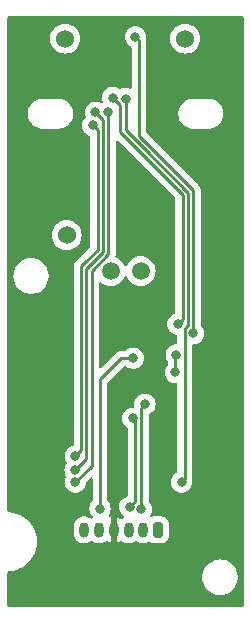
<source format=gbr>
%TF.GenerationSoftware,KiCad,Pcbnew,8.0.4*%
%TF.CreationDate,2024-08-28T21:17:21+02:00*%
%TF.ProjectId,Projektor,50726f6a-656b-4746-9f72-2e6b69636164,rev?*%
%TF.SameCoordinates,Original*%
%TF.FileFunction,Copper,L2,Bot*%
%TF.FilePolarity,Positive*%
%FSLAX46Y46*%
G04 Gerber Fmt 4.6, Leading zero omitted, Abs format (unit mm)*
G04 Created by KiCad (PCBNEW 8.0.4) date 2024-08-28 21:17:21*
%MOMM*%
%LPD*%
G01*
G04 APERTURE LIST*
G04 Aperture macros list*
%AMRoundRect*
0 Rectangle with rounded corners*
0 $1 Rounding radius*
0 $2 $3 $4 $5 $6 $7 $8 $9 X,Y pos of 4 corners*
0 Add a 4 corners polygon primitive as box body*
4,1,4,$2,$3,$4,$5,$6,$7,$8,$9,$2,$3,0*
0 Add four circle primitives for the rounded corners*
1,1,$1+$1,$2,$3*
1,1,$1+$1,$4,$5*
1,1,$1+$1,$6,$7*
1,1,$1+$1,$8,$9*
0 Add four rect primitives between the rounded corners*
20,1,$1+$1,$2,$3,$4,$5,0*
20,1,$1+$1,$4,$5,$6,$7,0*
20,1,$1+$1,$6,$7,$8,$9,0*
20,1,$1+$1,$8,$9,$2,$3,0*%
G04 Aperture macros list end*
%TA.AperFunction,ComponentPad*%
%ADD10RoundRect,0.200000X0.200000X0.450000X-0.200000X0.450000X-0.200000X-0.450000X0.200000X-0.450000X0*%
%TD*%
%TA.AperFunction,ComponentPad*%
%ADD11O,0.800000X1.300000*%
%TD*%
%TA.AperFunction,ComponentPad*%
%ADD12C,1.524000*%
%TD*%
%TA.AperFunction,ComponentPad*%
%ADD13C,1.500000*%
%TD*%
%TA.AperFunction,ViaPad*%
%ADD14C,0.800000*%
%TD*%
%TA.AperFunction,Conductor*%
%ADD15C,0.250000*%
%TD*%
G04 APERTURE END LIST*
D10*
%TO.P,J1,1,Pin_1*%
%TO.N,CS*%
X237750000Y-64500000D03*
D11*
%TO.P,J1,2,Pin_2*%
%TO.N,DATA*%
X236500000Y-64500000D03*
%TO.P,J1,3,Pin_3*%
%TO.N,WR*%
X235250000Y-64500000D03*
%TO.P,J1,4,Pin_4*%
%TO.N,GND*%
X234000000Y-64500000D03*
%TO.P,J1,5,Pin_5*%
%TO.N,+5V*%
X232750000Y-64500000D03*
%TO.P,J1,6,Pin_6*%
%TO.N,P_LED*%
X231500000Y-64500000D03*
%TD*%
D12*
%TO.P,U1,*%
%TO.N,*%
X229875000Y-22900000D03*
X230005000Y-39537000D03*
X240035000Y-22900000D03*
D13*
%TO.P,U1,14,Led+*%
%TO.N,Net-(U1-Led+)*%
X233745000Y-42585000D03*
%TO.P,U1,15,Led-*%
%TO.N,Net-(Q1-D)*%
X236285000Y-42585000D03*
%TD*%
D14*
%TO.N,+5V*%
X235648025Y-49967500D03*
X232838025Y-62700000D03*
%TO.N,GND*%
X235000000Y-68000000D03*
X236000000Y-52000000D03*
X242200000Y-54100000D03*
X234000000Y-62000000D03*
%TO.N,DATA*%
X236638025Y-53857500D03*
X236338025Y-62757500D03*
%TO.N,WR*%
X235362324Y-62540677D03*
X235613525Y-55057500D03*
%TO.N,Net-(U2-VLCD)*%
X239221459Y-51169185D03*
X239288525Y-49678000D03*
%TO.N,S11*%
X232238025Y-30257500D03*
X230738025Y-58257500D03*
%TO.N,S10*%
X230725477Y-59445449D03*
X232438025Y-29157500D03*
%TO.N,S9*%
X233538025Y-29157500D03*
X230738025Y-60457500D03*
%TO.N,COM1*%
X233893437Y-27898505D03*
X239415090Y-47073386D03*
%TO.N,S8*%
X239738025Y-60457500D03*
X235007528Y-27987997D03*
%TO.N,COM0*%
X235838025Y-22757500D03*
X240738025Y-47857500D03*
%TD*%
D15*
%TO.N,+5V*%
X232838025Y-51757500D02*
X234628025Y-49967500D01*
X232838025Y-62700000D02*
X232838025Y-51700000D01*
X234628025Y-49967500D02*
X235648025Y-49967500D01*
%TO.N,GND*%
X234000000Y-67000000D02*
X235000000Y-68000000D01*
X234000000Y-62000000D02*
X234000000Y-67000000D01*
%TO.N,DATA*%
X236338025Y-62757500D02*
X236338025Y-54157500D01*
X236338025Y-54157500D02*
X236638025Y-53857500D01*
%TO.N,WR*%
X235838025Y-62064976D02*
X235838025Y-55557500D01*
X235838025Y-55282000D02*
X235613525Y-55057500D01*
X235362324Y-62540677D02*
X235838025Y-62064976D01*
X235838025Y-55557500D02*
X235838025Y-55282000D01*
%TO.N,Net-(U2-VLCD)*%
X239221459Y-49745066D02*
X239288525Y-49678000D01*
X239221459Y-51169185D02*
X239221459Y-49745066D01*
%TO.N,S11*%
X231238025Y-44357500D02*
X231238025Y-57757500D01*
X231601629Y-41821104D02*
X231238025Y-42184708D01*
X232238025Y-30257500D02*
X232638025Y-30657500D01*
X232638025Y-32557500D02*
X232638025Y-40784708D01*
X231238025Y-57757500D02*
X230738025Y-58257500D01*
X232638025Y-30657500D02*
X232638025Y-32557500D01*
X232638025Y-40784708D02*
X231601629Y-41821104D01*
X231238025Y-42184708D02*
X231238025Y-44357500D01*
%TO.N,S10*%
X233088025Y-37257500D02*
X233088025Y-29807500D01*
X231688025Y-56157500D02*
X231688025Y-42371104D01*
X231688025Y-42371104D02*
X232819827Y-41239302D01*
X230725477Y-59445449D02*
X231688025Y-58482901D01*
X232819827Y-41239302D02*
X233088025Y-40971104D01*
X231688025Y-58482901D02*
X231688025Y-56157500D01*
X233088025Y-29807500D02*
X232438025Y-29157500D01*
X233088025Y-40971104D02*
X233088025Y-37257500D01*
%TO.N,S9*%
X232138025Y-42557500D02*
X232138025Y-59057500D01*
X233538025Y-41157500D02*
X232138025Y-42557500D01*
X232138025Y-59057500D02*
X230738025Y-60457500D01*
X233538025Y-29157500D02*
X233538025Y-41157500D01*
%TO.N,COM1*%
X234557528Y-30849795D02*
X235901629Y-32193896D01*
X234557528Y-29757500D02*
X234557528Y-30849795D01*
X234557528Y-28562596D02*
X234557528Y-29757500D01*
X239422139Y-47073386D02*
X239415090Y-47073386D01*
X239838025Y-36130292D02*
X239838025Y-46657500D01*
X239838025Y-46657500D02*
X239422139Y-47073386D01*
X235901629Y-32193896D02*
X239838025Y-36130292D01*
X233893437Y-27898505D02*
X234557528Y-28562596D01*
%TO.N,S8*%
X235007528Y-30663399D02*
X236519827Y-32175698D01*
X235007528Y-27987997D02*
X235007528Y-30663399D01*
X240288025Y-46257500D02*
X240288025Y-47207500D01*
X240238025Y-47257500D02*
X240013025Y-47482500D01*
X240288025Y-35943896D02*
X240288025Y-45157500D01*
X240288025Y-45157500D02*
X240288025Y-46257500D01*
X240013025Y-47482500D02*
X240013025Y-60182500D01*
X236519827Y-32175698D02*
X240288025Y-35943896D01*
X240013025Y-60182500D02*
X239738025Y-60457500D01*
X240288025Y-47207500D02*
X240238025Y-47257500D01*
%TO.N,COM0*%
X236138025Y-23057500D02*
X235838025Y-22757500D01*
X236138025Y-31157500D02*
X236138025Y-23057500D01*
X240738025Y-47857500D02*
X240738025Y-35757500D01*
X240738025Y-35757500D02*
X236138025Y-31157500D01*
%TD*%
%TA.AperFunction,Conductor*%
%TO.N,GND*%
G36*
X244943039Y-21019685D02*
G01*
X244988794Y-21072489D01*
X245000000Y-21124000D01*
X245000000Y-70876000D01*
X244980315Y-70943039D01*
X244927511Y-70988794D01*
X244876000Y-71000000D01*
X225124000Y-71000000D01*
X225056961Y-70980315D01*
X225011206Y-70927511D01*
X225000000Y-70876000D01*
X225000000Y-68375920D01*
X241502562Y-68375920D01*
X241502562Y-68624079D01*
X241543408Y-68868862D01*
X241623984Y-69103572D01*
X241623989Y-69103582D01*
X241742094Y-69321822D01*
X241742100Y-69321831D01*
X241894517Y-69517656D01*
X241894520Y-69517660D01*
X241894522Y-69517662D01*
X241894523Y-69517663D01*
X242077102Y-69685739D01*
X242284855Y-69821471D01*
X242512116Y-69921157D01*
X242752685Y-69982077D01*
X242835123Y-69988908D01*
X242999994Y-70002571D01*
X243000000Y-70002571D01*
X243000006Y-70002571D01*
X243148389Y-69990274D01*
X243247315Y-69982077D01*
X243487884Y-69921157D01*
X243715145Y-69821471D01*
X243922898Y-69685739D01*
X244105477Y-69517663D01*
X244257902Y-69321828D01*
X244376014Y-69103576D01*
X244456592Y-68868859D01*
X244497438Y-68624081D01*
X244500000Y-68500000D01*
X244497438Y-68375919D01*
X244456592Y-68131141D01*
X244376014Y-67896424D01*
X244326568Y-67805057D01*
X244257905Y-67678177D01*
X244257899Y-67678168D01*
X244105482Y-67482343D01*
X244105479Y-67482339D01*
X243922899Y-67314262D01*
X243922895Y-67314259D01*
X243715146Y-67178529D01*
X243487884Y-67078843D01*
X243247311Y-67017922D01*
X243000006Y-66997430D01*
X242999994Y-66997430D01*
X242752688Y-67017922D01*
X242512115Y-67078843D01*
X242284853Y-67178529D01*
X242077104Y-67314259D01*
X242077100Y-67314262D01*
X241894520Y-67482339D01*
X241894517Y-67482343D01*
X241742100Y-67678168D01*
X241742094Y-67678177D01*
X241623989Y-67896417D01*
X241623984Y-67896427D01*
X241543408Y-68131137D01*
X241502562Y-68375920D01*
X225000000Y-68375920D01*
X225000000Y-68122068D01*
X225019685Y-68055029D01*
X225072489Y-68009274D01*
X225122050Y-67998083D01*
X225157131Y-67997533D01*
X225157138Y-67997532D01*
X225157141Y-67997532D01*
X225313023Y-67977839D01*
X225468916Y-67958146D01*
X225773306Y-67879992D01*
X225773309Y-67879991D01*
X226065492Y-67764308D01*
X226065496Y-67764305D01*
X226065501Y-67764304D01*
X226340891Y-67612907D01*
X226595135Y-67428187D01*
X226824223Y-67213060D01*
X227024542Y-66970916D01*
X227192932Y-66705575D01*
X227326739Y-66421221D01*
X227423852Y-66122339D01*
X227482739Y-65813643D01*
X227493004Y-65650500D01*
X227502472Y-65500005D01*
X227502472Y-65499994D01*
X227482740Y-65186364D01*
X227482739Y-65186357D01*
X227423852Y-64877661D01*
X227326739Y-64578779D01*
X227192932Y-64294425D01*
X227024542Y-64029084D01*
X226824223Y-63786940D01*
X226595135Y-63571813D01*
X226340891Y-63387093D01*
X226340887Y-63387091D01*
X226340878Y-63387085D01*
X226065500Y-63235695D01*
X226065492Y-63235691D01*
X225773309Y-63120008D01*
X225773306Y-63120007D01*
X225468919Y-63041854D01*
X225468906Y-63041852D01*
X225157138Y-63002467D01*
X225157142Y-63002467D01*
X225122051Y-63001916D01*
X225055329Y-62981180D01*
X225010410Y-62927663D01*
X225000000Y-62877931D01*
X225000000Y-59445449D01*
X229820017Y-59445449D01*
X229839803Y-59633705D01*
X229839804Y-59633708D01*
X229898298Y-59813734D01*
X229948300Y-59900341D01*
X229964773Y-59968242D01*
X229948301Y-60024339D01*
X229910846Y-60089214D01*
X229910845Y-60089217D01*
X229900553Y-60120893D01*
X229852351Y-60269244D01*
X229832565Y-60457500D01*
X229852351Y-60645756D01*
X229852352Y-60645759D01*
X229910843Y-60825777D01*
X229910846Y-60825784D01*
X230005492Y-60989716D01*
X230132154Y-61130388D01*
X230285290Y-61241648D01*
X230285295Y-61241651D01*
X230458217Y-61318642D01*
X230458222Y-61318644D01*
X230643379Y-61358000D01*
X230643380Y-61358000D01*
X230832669Y-61358000D01*
X230832671Y-61358000D01*
X231017828Y-61318644D01*
X231190755Y-61241651D01*
X231343896Y-61130388D01*
X231470558Y-60989716D01*
X231565204Y-60825784D01*
X231623699Y-60645756D01*
X231641346Y-60477846D01*
X231667930Y-60413233D01*
X231676986Y-60403128D01*
X231922009Y-60158105D01*
X232000845Y-60079269D01*
X232062167Y-60045785D01*
X232131859Y-60050769D01*
X232187792Y-60092641D01*
X232212209Y-60158105D01*
X232212525Y-60166951D01*
X232212525Y-62001312D01*
X232192840Y-62068351D01*
X232180675Y-62084284D01*
X232105491Y-62167784D01*
X232010846Y-62331715D01*
X232010843Y-62331722D01*
X231952352Y-62511740D01*
X231952351Y-62511744D01*
X231932565Y-62700000D01*
X231952351Y-62888256D01*
X231952352Y-62888259D01*
X232010843Y-63068277D01*
X232010846Y-63068284D01*
X232105492Y-63232216D01*
X232208695Y-63346834D01*
X232238925Y-63409825D01*
X232230300Y-63479160D01*
X232185559Y-63532826D01*
X232118906Y-63553784D01*
X232051504Y-63535379D01*
X232047654Y-63532908D01*
X231926553Y-63451990D01*
X231926540Y-63451983D01*
X231762667Y-63384106D01*
X231762658Y-63384103D01*
X231588694Y-63349500D01*
X231588691Y-63349500D01*
X231411309Y-63349500D01*
X231411306Y-63349500D01*
X231237341Y-63384103D01*
X231237332Y-63384106D01*
X231073459Y-63451983D01*
X231073446Y-63451990D01*
X230925965Y-63550535D01*
X230925961Y-63550538D01*
X230800538Y-63675961D01*
X230800535Y-63675965D01*
X230701990Y-63823446D01*
X230701983Y-63823459D01*
X230634106Y-63987332D01*
X230634103Y-63987341D01*
X230599500Y-64161304D01*
X230599500Y-64838695D01*
X230634103Y-65012658D01*
X230634106Y-65012667D01*
X230701983Y-65176540D01*
X230701990Y-65176553D01*
X230800535Y-65324034D01*
X230800538Y-65324038D01*
X230925961Y-65449461D01*
X230925965Y-65449464D01*
X231073446Y-65548009D01*
X231073459Y-65548016D01*
X231183214Y-65593477D01*
X231237334Y-65615894D01*
X231237336Y-65615894D01*
X231237341Y-65615896D01*
X231411304Y-65650499D01*
X231411307Y-65650500D01*
X231411309Y-65650500D01*
X231588693Y-65650500D01*
X231588694Y-65650499D01*
X231646682Y-65638964D01*
X231762658Y-65615896D01*
X231762661Y-65615894D01*
X231762666Y-65615894D01*
X231926547Y-65548013D01*
X232056109Y-65461442D01*
X232122786Y-65440564D01*
X232190166Y-65459048D01*
X232193891Y-65461442D01*
X232323446Y-65548008D01*
X232323453Y-65548013D01*
X232323455Y-65548014D01*
X232323459Y-65548016D01*
X232433214Y-65593477D01*
X232487334Y-65615894D01*
X232487336Y-65615894D01*
X232487341Y-65615896D01*
X232661304Y-65650499D01*
X232661307Y-65650500D01*
X232661309Y-65650500D01*
X232838693Y-65650500D01*
X232838694Y-65650499D01*
X232896682Y-65638964D01*
X233012658Y-65615896D01*
X233012661Y-65615894D01*
X233012666Y-65615894D01*
X233176547Y-65548013D01*
X233176552Y-65548009D01*
X233176555Y-65548008D01*
X233240218Y-65505469D01*
X233306558Y-65461141D01*
X233373234Y-65440263D01*
X233440615Y-65458747D01*
X233444340Y-65461141D01*
X233573683Y-65547566D01*
X233573693Y-65547571D01*
X233737476Y-65615412D01*
X233737483Y-65615415D01*
X233750000Y-65617904D01*
X233750000Y-64549728D01*
X233788060Y-64641614D01*
X233858386Y-64711940D01*
X233950272Y-64750000D01*
X234049728Y-64750000D01*
X234141614Y-64711940D01*
X234211940Y-64641614D01*
X234250000Y-64549728D01*
X234250000Y-65617903D01*
X234262516Y-65615415D01*
X234262523Y-65615412D01*
X234426306Y-65547571D01*
X234426315Y-65547566D01*
X234555659Y-65461141D01*
X234622336Y-65440263D01*
X234689716Y-65458747D01*
X234693434Y-65461136D01*
X234759782Y-65505469D01*
X234822791Y-65547571D01*
X234823453Y-65548013D01*
X234823455Y-65548014D01*
X234823459Y-65548016D01*
X234933214Y-65593477D01*
X234987334Y-65615894D01*
X234987336Y-65615894D01*
X234987341Y-65615896D01*
X235161304Y-65650499D01*
X235161307Y-65650500D01*
X235161309Y-65650500D01*
X235338693Y-65650500D01*
X235338694Y-65650499D01*
X235396682Y-65638964D01*
X235512658Y-65615896D01*
X235512661Y-65615894D01*
X235512666Y-65615894D01*
X235676547Y-65548013D01*
X235806109Y-65461442D01*
X235872786Y-65440564D01*
X235940166Y-65459048D01*
X235943891Y-65461442D01*
X236073446Y-65548008D01*
X236073453Y-65548013D01*
X236073455Y-65548014D01*
X236073459Y-65548016D01*
X236183214Y-65593477D01*
X236237334Y-65615894D01*
X236237336Y-65615894D01*
X236237341Y-65615896D01*
X236411304Y-65650499D01*
X236411307Y-65650500D01*
X236411309Y-65650500D01*
X236588693Y-65650500D01*
X236588694Y-65650499D01*
X236646682Y-65638964D01*
X236762658Y-65615896D01*
X236762661Y-65615894D01*
X236762666Y-65615894D01*
X236926547Y-65548013D01*
X236983838Y-65509731D01*
X237050510Y-65488854D01*
X237116873Y-65506716D01*
X237260394Y-65593478D01*
X237422804Y-65644086D01*
X237493384Y-65650500D01*
X237493387Y-65650500D01*
X238006613Y-65650500D01*
X238006616Y-65650500D01*
X238077196Y-65644086D01*
X238239606Y-65593478D01*
X238385185Y-65505472D01*
X238505472Y-65385185D01*
X238593478Y-65239606D01*
X238644086Y-65077196D01*
X238650500Y-65006616D01*
X238650500Y-63993384D01*
X238644086Y-63922804D01*
X238593478Y-63760394D01*
X238505472Y-63614815D01*
X238505470Y-63614813D01*
X238505469Y-63614811D01*
X238385188Y-63494530D01*
X238239606Y-63406522D01*
X238161212Y-63382094D01*
X238077196Y-63355914D01*
X238077194Y-63355913D01*
X238077192Y-63355913D01*
X238027778Y-63351423D01*
X238006616Y-63349500D01*
X237493384Y-63349500D01*
X237474145Y-63351248D01*
X237422807Y-63355913D01*
X237422804Y-63355914D01*
X237260394Y-63406522D01*
X237260392Y-63406523D01*
X237253233Y-63408754D01*
X237252600Y-63406723D01*
X237193984Y-63414816D01*
X237130592Y-63385436D01*
X237093147Y-63326447D01*
X237093538Y-63256579D01*
X237104929Y-63230183D01*
X237165204Y-63125784D01*
X237223699Y-62945756D01*
X237243485Y-62757500D01*
X237223699Y-62569244D01*
X237165204Y-62389216D01*
X237070558Y-62225284D01*
X236995375Y-62141784D01*
X236965145Y-62078792D01*
X236963525Y-62058812D01*
X236963525Y-54778823D01*
X236983210Y-54711784D01*
X237036014Y-54666029D01*
X237036867Y-54665643D01*
X237090755Y-54641651D01*
X237243896Y-54530388D01*
X237370558Y-54389716D01*
X237465204Y-54225784D01*
X237523699Y-54045756D01*
X237543485Y-53857500D01*
X237523699Y-53669244D01*
X237465204Y-53489216D01*
X237370558Y-53325284D01*
X237243896Y-53184612D01*
X237243895Y-53184611D01*
X237090759Y-53073351D01*
X237090754Y-53073348D01*
X236917832Y-52996357D01*
X236917827Y-52996355D01*
X236772026Y-52965365D01*
X236732671Y-52957000D01*
X236543379Y-52957000D01*
X236510922Y-52963898D01*
X236358222Y-52996355D01*
X236358217Y-52996357D01*
X236185295Y-53073348D01*
X236185290Y-53073351D01*
X236032154Y-53184611D01*
X235905491Y-53325285D01*
X235810846Y-53489215D01*
X235810843Y-53489222D01*
X235752352Y-53669240D01*
X235752351Y-53669244D01*
X235732565Y-53857500D01*
X235732565Y-53857501D01*
X235740146Y-53929638D01*
X235736425Y-53968809D01*
X235737751Y-53969073D01*
X235736563Y-53975045D01*
X235736562Y-53975048D01*
X235720223Y-54057191D01*
X235687839Y-54119102D01*
X235627123Y-54153676D01*
X235598606Y-54157000D01*
X235518879Y-54157000D01*
X235486422Y-54163898D01*
X235333722Y-54196355D01*
X235333717Y-54196357D01*
X235160795Y-54273348D01*
X235160790Y-54273351D01*
X235007654Y-54384611D01*
X234880991Y-54525285D01*
X234786346Y-54689215D01*
X234786343Y-54689222D01*
X234727852Y-54869240D01*
X234727851Y-54869244D01*
X234708065Y-55057500D01*
X234727851Y-55245756D01*
X234727852Y-55245759D01*
X234786343Y-55425777D01*
X234786346Y-55425784D01*
X234880992Y-55589716D01*
X235007654Y-55730388D01*
X235160795Y-55841651D01*
X235160801Y-55841653D01*
X235161410Y-55842096D01*
X235204076Y-55897426D01*
X235212525Y-55942415D01*
X235212525Y-61551486D01*
X235192840Y-61618525D01*
X235140036Y-61664280D01*
X235114308Y-61672776D01*
X235082518Y-61679533D01*
X235082516Y-61679534D01*
X234909594Y-61756525D01*
X234909589Y-61756528D01*
X234756453Y-61867788D01*
X234629790Y-62008462D01*
X234535145Y-62172392D01*
X234535142Y-62172399D01*
X234476651Y-62352417D01*
X234476650Y-62352421D01*
X234456864Y-62540677D01*
X234476650Y-62728933D01*
X234476651Y-62728936D01*
X234535142Y-62908954D01*
X234535145Y-62908961D01*
X234629791Y-63072893D01*
X234756453Y-63213565D01*
X234815560Y-63256508D01*
X234858226Y-63311837D01*
X234864205Y-63381450D01*
X234831600Y-63443245D01*
X234811567Y-63459928D01*
X234693442Y-63538858D01*
X234626764Y-63559736D01*
X234559384Y-63541252D01*
X234555659Y-63538858D01*
X234426316Y-63452433D01*
X234426307Y-63452428D01*
X234262519Y-63384585D01*
X234250000Y-63382094D01*
X234250000Y-64450272D01*
X234211940Y-64358386D01*
X234141614Y-64288060D01*
X234049728Y-64250000D01*
X233950272Y-64250000D01*
X233858386Y-64288060D01*
X233788060Y-64358386D01*
X233750000Y-64450272D01*
X233750000Y-63382095D01*
X233749999Y-63382094D01*
X233737480Y-63384585D01*
X233731651Y-63386354D01*
X233731093Y-63384517D01*
X233670462Y-63391023D01*
X233607989Y-63359735D01*
X233572349Y-63299639D01*
X233574858Y-63229814D01*
X233585114Y-63207002D01*
X233665204Y-63068284D01*
X233723699Y-62888256D01*
X233743485Y-62700000D01*
X233723699Y-62511744D01*
X233665204Y-62331716D01*
X233570558Y-62167784D01*
X233495375Y-62084284D01*
X233465145Y-62021292D01*
X233463525Y-62001312D01*
X233463525Y-52067952D01*
X233483210Y-52000913D01*
X233499844Y-51980271D01*
X234850796Y-50629319D01*
X234912119Y-50595834D01*
X234938477Y-50593000D01*
X234944277Y-50593000D01*
X235011316Y-50612685D01*
X235036425Y-50634026D01*
X235042151Y-50640385D01*
X235042155Y-50640389D01*
X235195290Y-50751648D01*
X235195295Y-50751651D01*
X235368217Y-50828642D01*
X235368222Y-50828644D01*
X235553379Y-50868000D01*
X235553380Y-50868000D01*
X235742669Y-50868000D01*
X235742671Y-50868000D01*
X235927828Y-50828644D01*
X236100755Y-50751651D01*
X236253896Y-50640388D01*
X236380558Y-50499716D01*
X236475204Y-50335784D01*
X236533699Y-50155756D01*
X236553485Y-49967500D01*
X236533699Y-49779244D01*
X236475204Y-49599216D01*
X236380558Y-49435284D01*
X236253896Y-49294612D01*
X236253895Y-49294611D01*
X236100759Y-49183351D01*
X236100754Y-49183348D01*
X235927832Y-49106357D01*
X235927827Y-49106355D01*
X235782026Y-49075365D01*
X235742671Y-49067000D01*
X235553379Y-49067000D01*
X235520922Y-49073898D01*
X235368222Y-49106355D01*
X235368217Y-49106357D01*
X235195295Y-49183348D01*
X235195290Y-49183351D01*
X235042155Y-49294610D01*
X235042151Y-49294614D01*
X235036425Y-49300974D01*
X234976938Y-49337621D01*
X234944277Y-49342000D01*
X234689631Y-49342000D01*
X234566418Y-49342000D01*
X234525847Y-49350070D01*
X234525846Y-49350069D01*
X234445580Y-49366035D01*
X234445570Y-49366038D01*
X234331741Y-49413187D01*
X234331732Y-49413192D01*
X234229293Y-49481640D01*
X234185730Y-49525203D01*
X234142167Y-49568767D01*
X232975206Y-50735728D01*
X232913883Y-50769213D01*
X232844191Y-50764229D01*
X232788258Y-50722357D01*
X232763841Y-50656893D01*
X232763525Y-50648047D01*
X232763525Y-43662544D01*
X232783210Y-43595505D01*
X232836014Y-43549750D01*
X232905172Y-43539806D01*
X232958647Y-43560969D01*
X233117361Y-43672102D01*
X233315670Y-43764575D01*
X233527023Y-43821207D01*
X233709926Y-43837208D01*
X233744998Y-43840277D01*
X233745000Y-43840277D01*
X233745002Y-43840277D01*
X233773254Y-43837805D01*
X233962977Y-43821207D01*
X234174330Y-43764575D01*
X234372639Y-43672102D01*
X234551877Y-43546598D01*
X234706598Y-43391877D01*
X234832102Y-43212639D01*
X234902618Y-43061414D01*
X234948790Y-43008977D01*
X235015984Y-42989825D01*
X235082865Y-43010041D01*
X235127381Y-43061414D01*
X235197898Y-43212639D01*
X235323402Y-43391877D01*
X235478123Y-43546598D01*
X235657361Y-43672102D01*
X235855670Y-43764575D01*
X236067023Y-43821207D01*
X236249926Y-43837208D01*
X236284998Y-43840277D01*
X236285000Y-43840277D01*
X236285002Y-43840277D01*
X236313254Y-43837805D01*
X236502977Y-43821207D01*
X236714330Y-43764575D01*
X236912639Y-43672102D01*
X237091877Y-43546598D01*
X237246598Y-43391877D01*
X237372102Y-43212639D01*
X237464575Y-43014330D01*
X237521207Y-42802977D01*
X237540277Y-42585000D01*
X237521207Y-42367023D01*
X237464575Y-42155670D01*
X237372102Y-41957362D01*
X237372100Y-41957359D01*
X237372099Y-41957357D01*
X237246599Y-41778124D01*
X237246596Y-41778121D01*
X237091877Y-41623402D01*
X236912639Y-41497898D01*
X236912640Y-41497898D01*
X236912638Y-41497897D01*
X236813484Y-41451661D01*
X236714330Y-41405425D01*
X236714326Y-41405424D01*
X236714322Y-41405422D01*
X236502977Y-41348793D01*
X236285002Y-41329723D01*
X236284998Y-41329723D01*
X236178743Y-41339019D01*
X236067023Y-41348793D01*
X236067020Y-41348793D01*
X235855677Y-41405422D01*
X235855668Y-41405426D01*
X235657361Y-41497898D01*
X235657357Y-41497900D01*
X235478121Y-41623402D01*
X235323402Y-41778121D01*
X235197900Y-41957357D01*
X235197898Y-41957361D01*
X235127382Y-42108583D01*
X235081209Y-42161022D01*
X235014016Y-42180174D01*
X234947135Y-42159958D01*
X234902618Y-42108583D01*
X234888118Y-42077488D01*
X234832102Y-41957362D01*
X234832100Y-41957359D01*
X234832099Y-41957357D01*
X234706599Y-41778124D01*
X234706596Y-41778121D01*
X234551877Y-41623402D01*
X234372639Y-41497898D01*
X234372640Y-41497898D01*
X234372638Y-41497897D01*
X234270776Y-41450398D01*
X234218724Y-41426126D01*
X234166286Y-41379955D01*
X234147134Y-41312761D01*
X234149511Y-41289560D01*
X234163525Y-41219106D01*
X234163525Y-31639744D01*
X234183210Y-31572705D01*
X234236014Y-31526950D01*
X234305172Y-31517006D01*
X234368728Y-31546031D01*
X234375206Y-31552063D01*
X239176206Y-36353063D01*
X239209691Y-36414386D01*
X239212525Y-36440744D01*
X239212525Y-46097326D01*
X239192840Y-46164365D01*
X239140036Y-46210120D01*
X239138962Y-46210605D01*
X238962357Y-46289236D01*
X238962355Y-46289237D01*
X238809219Y-46400497D01*
X238682556Y-46541171D01*
X238587911Y-46705101D01*
X238587908Y-46705108D01*
X238529417Y-46885126D01*
X238529416Y-46885130D01*
X238509630Y-47073386D01*
X238529416Y-47261642D01*
X238529417Y-47261645D01*
X238587908Y-47441663D01*
X238587911Y-47441670D01*
X238682557Y-47605602D01*
X238739861Y-47669244D01*
X238809219Y-47746274D01*
X238962355Y-47857534D01*
X238962360Y-47857537D01*
X239135282Y-47934528D01*
X239135283Y-47934528D01*
X239135287Y-47934530D01*
X239289305Y-47967267D01*
X239350787Y-48000459D01*
X239384564Y-48061622D01*
X239387525Y-48088557D01*
X239387525Y-48653500D01*
X239367840Y-48720539D01*
X239315036Y-48766294D01*
X239263525Y-48777500D01*
X239193879Y-48777500D01*
X239161422Y-48784398D01*
X239008722Y-48816855D01*
X239008717Y-48816857D01*
X238835795Y-48893848D01*
X238835790Y-48893851D01*
X238682654Y-49005111D01*
X238555991Y-49145785D01*
X238461346Y-49309715D01*
X238461343Y-49309722D01*
X238402852Y-49489740D01*
X238402851Y-49489744D01*
X238383065Y-49678000D01*
X238402851Y-49866256D01*
X238402852Y-49866259D01*
X238461343Y-50046277D01*
X238461346Y-50046284D01*
X238555990Y-50210214D01*
X238564107Y-50219228D01*
X238594338Y-50282219D01*
X238595959Y-50302203D01*
X238595959Y-50470497D01*
X238576274Y-50537536D01*
X238564109Y-50553469D01*
X238488925Y-50636969D01*
X238394280Y-50800900D01*
X238394277Y-50800907D01*
X238346676Y-50947410D01*
X238335785Y-50980929D01*
X238315999Y-51169185D01*
X238335785Y-51357441D01*
X238335786Y-51357444D01*
X238394277Y-51537462D01*
X238394280Y-51537469D01*
X238488926Y-51701401D01*
X238615588Y-51842073D01*
X238768724Y-51953333D01*
X238768729Y-51953336D01*
X238941651Y-52030327D01*
X238941656Y-52030329D01*
X239126813Y-52069685D01*
X239126814Y-52069685D01*
X239263525Y-52069685D01*
X239330564Y-52089370D01*
X239376319Y-52142174D01*
X239387525Y-52193685D01*
X239387525Y-59547306D01*
X239367840Y-59614345D01*
X239315036Y-59660100D01*
X239313962Y-59660585D01*
X239285293Y-59673349D01*
X239132154Y-59784611D01*
X239005491Y-59925285D01*
X238910846Y-60089215D01*
X238910843Y-60089222D01*
X238852352Y-60269240D01*
X238852351Y-60269244D01*
X238832565Y-60457500D01*
X238852351Y-60645756D01*
X238852352Y-60645759D01*
X238910843Y-60825777D01*
X238910846Y-60825784D01*
X239005492Y-60989716D01*
X239132154Y-61130388D01*
X239285290Y-61241648D01*
X239285295Y-61241651D01*
X239458217Y-61318642D01*
X239458222Y-61318644D01*
X239643379Y-61358000D01*
X239643380Y-61358000D01*
X239832669Y-61358000D01*
X239832671Y-61358000D01*
X240017828Y-61318644D01*
X240190755Y-61241651D01*
X240343896Y-61130388D01*
X240470558Y-60989716D01*
X240565204Y-60825784D01*
X240623699Y-60645756D01*
X240643485Y-60457500D01*
X240629061Y-60320269D01*
X240630765Y-60283114D01*
X240638525Y-60244106D01*
X240638525Y-48882000D01*
X240658210Y-48814961D01*
X240711014Y-48769206D01*
X240762525Y-48758000D01*
X240832669Y-48758000D01*
X240832671Y-48758000D01*
X241017828Y-48718644D01*
X241190755Y-48641651D01*
X241343896Y-48530388D01*
X241470558Y-48389716D01*
X241565204Y-48225784D01*
X241623699Y-48045756D01*
X241643485Y-47857500D01*
X241623699Y-47669244D01*
X241565204Y-47489216D01*
X241470558Y-47325284D01*
X241395375Y-47241784D01*
X241365145Y-47178792D01*
X241363525Y-47158812D01*
X241363525Y-35695893D01*
X241363524Y-35695889D01*
X241339489Y-35575055D01*
X241339488Y-35575048D01*
X241292336Y-35461214D01*
X241292335Y-35461213D01*
X241292332Y-35461207D01*
X241223884Y-35358768D01*
X241223883Y-35358767D01*
X241136758Y-35271642D01*
X241136757Y-35271641D01*
X236799844Y-30934728D01*
X236766359Y-30873405D01*
X236763525Y-30847047D01*
X236763525Y-29209115D01*
X239445199Y-29209115D01*
X239448282Y-29359780D01*
X239487329Y-29579854D01*
X239564219Y-29789724D01*
X239676584Y-29982934D01*
X239820974Y-30153549D01*
X239825142Y-30157009D01*
X239992943Y-30296317D01*
X240006024Y-30303760D01*
X240187206Y-30406850D01*
X240226896Y-30420967D01*
X240397795Y-30481752D01*
X240397801Y-30481753D01*
X240397809Y-30481755D01*
X240618224Y-30518717D01*
X240618223Y-30518717D01*
X240647641Y-30519054D01*
X240730000Y-30520000D01*
X240730014Y-30520000D01*
X242000000Y-30520000D01*
X242000030Y-30520000D01*
X242101870Y-30519445D01*
X242112058Y-30519390D01*
X242333245Y-30483574D01*
X242544724Y-30409522D01*
X242739938Y-30299531D01*
X242912838Y-30157009D01*
X243058065Y-29986375D01*
X243171116Y-29792917D01*
X243248488Y-29582630D01*
X243287783Y-29362034D01*
X243289117Y-29299058D01*
X243291068Y-29292899D01*
X243290158Y-29250000D01*
X243290159Y-29250000D01*
X243287784Y-29137966D01*
X243249129Y-28920961D01*
X243248490Y-28917374D01*
X243248489Y-28917371D01*
X243248489Y-28917369D01*
X243171116Y-28707083D01*
X243058449Y-28514282D01*
X243058067Y-28513628D01*
X243058060Y-28513619D01*
X242938676Y-28373348D01*
X242912839Y-28342990D01*
X242912837Y-28342988D01*
X242912835Y-28342986D01*
X242739942Y-28200471D01*
X242739935Y-28200466D01*
X242544726Y-28090479D01*
X242544720Y-28090476D01*
X242333246Y-28016426D01*
X242333248Y-28016426D01*
X242112068Y-27980609D01*
X242112056Y-27980608D01*
X242000031Y-27980000D01*
X242000000Y-27980000D01*
X240783226Y-27980000D01*
X240774954Y-27977571D01*
X240627399Y-27979258D01*
X240618424Y-27979361D01*
X240593065Y-27983613D01*
X240398340Y-28016262D01*
X240398331Y-28016265D01*
X240188092Y-28091040D01*
X239994131Y-28201399D01*
X239994126Y-28201402D01*
X239822441Y-28343935D01*
X239822433Y-28343942D01*
X239678280Y-28514281D01*
X239566094Y-28707191D01*
X239489337Y-28916718D01*
X239450357Y-29136450D01*
X239449096Y-29196805D01*
X239445199Y-29209115D01*
X236763525Y-29209115D01*
X236763525Y-22995896D01*
X236763525Y-22995894D01*
X236744451Y-22899997D01*
X238767677Y-22899997D01*
X238767677Y-22900002D01*
X238786929Y-23120062D01*
X238786930Y-23120070D01*
X238844104Y-23333445D01*
X238844105Y-23333447D01*
X238844106Y-23333450D01*
X238889309Y-23430388D01*
X238937466Y-23533662D01*
X238937468Y-23533666D01*
X239064170Y-23714615D01*
X239064175Y-23714621D01*
X239220378Y-23870824D01*
X239220384Y-23870829D01*
X239401333Y-23997531D01*
X239401335Y-23997532D01*
X239401338Y-23997534D01*
X239601550Y-24090894D01*
X239814932Y-24148070D01*
X239972123Y-24161822D01*
X240034998Y-24167323D01*
X240035000Y-24167323D01*
X240035002Y-24167323D01*
X240090017Y-24162509D01*
X240255068Y-24148070D01*
X240468450Y-24090894D01*
X240668662Y-23997534D01*
X240849620Y-23870826D01*
X241005826Y-23714620D01*
X241132534Y-23533662D01*
X241225894Y-23333450D01*
X241283070Y-23120068D01*
X241302323Y-22900000D01*
X241283070Y-22679932D01*
X241225894Y-22466550D01*
X241132534Y-22266339D01*
X241005826Y-22085380D01*
X240849620Y-21929174D01*
X240849616Y-21929171D01*
X240849615Y-21929170D01*
X240668666Y-21802468D01*
X240668662Y-21802466D01*
X240668660Y-21802465D01*
X240468450Y-21709106D01*
X240468447Y-21709105D01*
X240468445Y-21709104D01*
X240255070Y-21651930D01*
X240255062Y-21651929D01*
X240035002Y-21632677D01*
X240034998Y-21632677D01*
X239814937Y-21651929D01*
X239814929Y-21651930D01*
X239601554Y-21709104D01*
X239601548Y-21709107D01*
X239401340Y-21802465D01*
X239401338Y-21802466D01*
X239220377Y-21929175D01*
X239064175Y-22085377D01*
X238937466Y-22266338D01*
X238937465Y-22266340D01*
X238844107Y-22466548D01*
X238844104Y-22466554D01*
X238786930Y-22679929D01*
X238786929Y-22679937D01*
X238767677Y-22899997D01*
X236744451Y-22899997D01*
X236739488Y-22875048D01*
X236739486Y-22875045D01*
X236738299Y-22869073D01*
X236739635Y-22868807D01*
X236735902Y-22829637D01*
X236743485Y-22757500D01*
X236723699Y-22569244D01*
X236665204Y-22389216D01*
X236570558Y-22225284D01*
X236443896Y-22084612D01*
X236443895Y-22084611D01*
X236290759Y-21973351D01*
X236290754Y-21973348D01*
X236117832Y-21896357D01*
X236117827Y-21896355D01*
X235972026Y-21865365D01*
X235932671Y-21857000D01*
X235743379Y-21857000D01*
X235710922Y-21863898D01*
X235558222Y-21896355D01*
X235558217Y-21896357D01*
X235385295Y-21973348D01*
X235385290Y-21973351D01*
X235232154Y-22084611D01*
X235105491Y-22225285D01*
X235010846Y-22389215D01*
X235010843Y-22389222D01*
X234952352Y-22569240D01*
X234952351Y-22569244D01*
X234932565Y-22757500D01*
X234952351Y-22945756D01*
X234952352Y-22945759D01*
X235010843Y-23125777D01*
X235010846Y-23125784D01*
X235105492Y-23289716D01*
X235232154Y-23430388D01*
X235385290Y-23541648D01*
X235385292Y-23541649D01*
X235385295Y-23541651D01*
X235438963Y-23565546D01*
X235492197Y-23610793D01*
X235512519Y-23677642D01*
X235512525Y-23678823D01*
X235512525Y-27036172D01*
X235492840Y-27103211D01*
X235440036Y-27148966D01*
X235370878Y-27158910D01*
X235338090Y-27149452D01*
X235287330Y-27126852D01*
X235141529Y-27095862D01*
X235102174Y-27087497D01*
X234912882Y-27087497D01*
X234880425Y-27094395D01*
X234727725Y-27126852D01*
X234727720Y-27126854D01*
X234567215Y-27198317D01*
X234497965Y-27207602D01*
X234443894Y-27185356D01*
X234346171Y-27114356D01*
X234346166Y-27114353D01*
X234173244Y-27037362D01*
X234173239Y-27037360D01*
X234027438Y-27006370D01*
X233988083Y-26998005D01*
X233798791Y-26998005D01*
X233766334Y-27004903D01*
X233613634Y-27037360D01*
X233613629Y-27037362D01*
X233440707Y-27114353D01*
X233440702Y-27114356D01*
X233287566Y-27225616D01*
X233160903Y-27366290D01*
X233066258Y-27530220D01*
X233066255Y-27530227D01*
X233007764Y-27710245D01*
X233007763Y-27710249D01*
X232987977Y-27898505D01*
X233007763Y-28086761D01*
X233007764Y-28086764D01*
X233050356Y-28217849D01*
X233052351Y-28287690D01*
X233016271Y-28347523D01*
X232953570Y-28378351D01*
X232884155Y-28370386D01*
X232881989Y-28369446D01*
X232717832Y-28296357D01*
X232717827Y-28296355D01*
X232572026Y-28265365D01*
X232532671Y-28257000D01*
X232343379Y-28257000D01*
X232310922Y-28263898D01*
X232158222Y-28296355D01*
X232158217Y-28296357D01*
X231985295Y-28373348D01*
X231985290Y-28373351D01*
X231832154Y-28484611D01*
X231705491Y-28625285D01*
X231610846Y-28789215D01*
X231610843Y-28789222D01*
X231552352Y-28969240D01*
X231552351Y-28969244D01*
X231532565Y-29157500D01*
X231552351Y-29345756D01*
X231552352Y-29345759D01*
X231608418Y-29518315D01*
X231610413Y-29588157D01*
X231582637Y-29639605D01*
X231505491Y-29725284D01*
X231410846Y-29889215D01*
X231410843Y-29889222D01*
X231352352Y-30069240D01*
X231352351Y-30069244D01*
X231332565Y-30257500D01*
X231352351Y-30445756D01*
X231352352Y-30445759D01*
X231410843Y-30625777D01*
X231410846Y-30625784D01*
X231505492Y-30789716D01*
X231580846Y-30873405D01*
X231632154Y-30930388D01*
X231785290Y-31041648D01*
X231785291Y-31041648D01*
X231785295Y-31041651D01*
X231938961Y-31110068D01*
X231992198Y-31155318D01*
X232012519Y-31222167D01*
X232012525Y-31223347D01*
X232012525Y-40474255D01*
X231992840Y-40541294D01*
X231976206Y-40561936D01*
X231319038Y-41219104D01*
X231202899Y-41335243D01*
X231202896Y-41335246D01*
X230839294Y-41698848D01*
X230839292Y-41698850D01*
X230795729Y-41742412D01*
X230752167Y-41785974D01*
X230731575Y-41816793D01*
X230731574Y-41816792D01*
X230683714Y-41888420D01*
X230683710Y-41888427D01*
X230665663Y-41931999D01*
X230665663Y-41932000D01*
X230636563Y-42002253D01*
X230636560Y-42002263D01*
X230612525Y-42123097D01*
X230612525Y-57263144D01*
X230592840Y-57330183D01*
X230540036Y-57375938D01*
X230514307Y-57384434D01*
X230458221Y-57396356D01*
X230458217Y-57396357D01*
X230285295Y-57473348D01*
X230285290Y-57473351D01*
X230132154Y-57584611D01*
X230005491Y-57725285D01*
X229910846Y-57889215D01*
X229910843Y-57889222D01*
X229852352Y-58069240D01*
X229852351Y-58069244D01*
X229832565Y-58257500D01*
X229852351Y-58445756D01*
X229852352Y-58445759D01*
X229910843Y-58625777D01*
X229910846Y-58625784D01*
X229999408Y-58779179D01*
X230015881Y-58847080D01*
X229995142Y-58906998D01*
X229996193Y-58907605D01*
X229993045Y-58913057D01*
X229993028Y-58913107D01*
X229992969Y-58913187D01*
X229898298Y-59077164D01*
X229898295Y-59077171D01*
X229839804Y-59257189D01*
X229839803Y-59257193D01*
X229820017Y-59445449D01*
X225000000Y-59445449D01*
X225000000Y-42875919D01*
X225502562Y-42875919D01*
X225502562Y-43124081D01*
X225518900Y-43221992D01*
X225543408Y-43368862D01*
X225623984Y-43603572D01*
X225623989Y-43603582D01*
X225742094Y-43821822D01*
X225742100Y-43821831D01*
X225894517Y-44017656D01*
X225894520Y-44017660D01*
X225894522Y-44017662D01*
X225894523Y-44017663D01*
X226077102Y-44185739D01*
X226284855Y-44321471D01*
X226512116Y-44421157D01*
X226752685Y-44482077D01*
X226835123Y-44488908D01*
X226999994Y-44502571D01*
X227000000Y-44502571D01*
X227000006Y-44502571D01*
X227148389Y-44490274D01*
X227247315Y-44482077D01*
X227487884Y-44421157D01*
X227715145Y-44321471D01*
X227922898Y-44185739D01*
X228105477Y-44017663D01*
X228257902Y-43821828D01*
X228376014Y-43603576D01*
X228456592Y-43368859D01*
X228497438Y-43124081D01*
X228500000Y-43000000D01*
X228497438Y-42875919D01*
X228456592Y-42631141D01*
X228376014Y-42396424D01*
X228326568Y-42305057D01*
X228257905Y-42178177D01*
X228257899Y-42178168D01*
X228105482Y-41982343D01*
X228105479Y-41982339D01*
X228078341Y-41957357D01*
X227922898Y-41814261D01*
X227879602Y-41785974D01*
X227715146Y-41678529D01*
X227487884Y-41578843D01*
X227247311Y-41517922D01*
X227000006Y-41497430D01*
X226999994Y-41497430D01*
X226752688Y-41517922D01*
X226512115Y-41578843D01*
X226284853Y-41678529D01*
X226077104Y-41814259D01*
X226077100Y-41814262D01*
X225894520Y-41982339D01*
X225894517Y-41982343D01*
X225742100Y-42178168D01*
X225742094Y-42178177D01*
X225623989Y-42396417D01*
X225623984Y-42396427D01*
X225543408Y-42631137D01*
X225514734Y-42802975D01*
X225502562Y-42875919D01*
X225000000Y-42875919D01*
X225000000Y-39536997D01*
X228737677Y-39536997D01*
X228737677Y-39537002D01*
X228756929Y-39757062D01*
X228756930Y-39757070D01*
X228814104Y-39970445D01*
X228814105Y-39970447D01*
X228814106Y-39970450D01*
X228907466Y-40170662D01*
X228907468Y-40170666D01*
X229034170Y-40351615D01*
X229034175Y-40351621D01*
X229190378Y-40507824D01*
X229190384Y-40507829D01*
X229371333Y-40634531D01*
X229371335Y-40634532D01*
X229371338Y-40634534D01*
X229571550Y-40727894D01*
X229784932Y-40785070D01*
X229942123Y-40798822D01*
X230004998Y-40804323D01*
X230005000Y-40804323D01*
X230005002Y-40804323D01*
X230060017Y-40799509D01*
X230225068Y-40785070D01*
X230438450Y-40727894D01*
X230638662Y-40634534D01*
X230819620Y-40507826D01*
X230975826Y-40351620D01*
X231102534Y-40170662D01*
X231195894Y-39970450D01*
X231253070Y-39757068D01*
X231272323Y-39537000D01*
X231253070Y-39316932D01*
X231195894Y-39103550D01*
X231102534Y-38903339D01*
X230975826Y-38722380D01*
X230819620Y-38566174D01*
X230819616Y-38566171D01*
X230819615Y-38566170D01*
X230638666Y-38439468D01*
X230638662Y-38439466D01*
X230638660Y-38439465D01*
X230438450Y-38346106D01*
X230438447Y-38346105D01*
X230438445Y-38346104D01*
X230225070Y-38288930D01*
X230225062Y-38288929D01*
X230005002Y-38269677D01*
X230004998Y-38269677D01*
X229784937Y-38288929D01*
X229784929Y-38288930D01*
X229571554Y-38346104D01*
X229571548Y-38346107D01*
X229371340Y-38439465D01*
X229371338Y-38439466D01*
X229190377Y-38566175D01*
X229034175Y-38722377D01*
X228907466Y-38903338D01*
X228907465Y-38903340D01*
X228814107Y-39103548D01*
X228814104Y-39103554D01*
X228756930Y-39316929D01*
X228756929Y-39316937D01*
X228737677Y-39536997D01*
X225000000Y-39536997D01*
X225000000Y-29213508D01*
X226720909Y-29213508D01*
X226724151Y-29364008D01*
X226763183Y-29584068D01*
X226763183Y-29584070D01*
X226840055Y-29793928D01*
X226840057Y-29793931D01*
X226952408Y-29987139D01*
X226952411Y-29987142D01*
X226952412Y-29987144D01*
X227096783Y-30157755D01*
X227268728Y-30300516D01*
X227268730Y-30300517D01*
X227268736Y-30300522D01*
X227462987Y-30411060D01*
X227462988Y-30411060D01*
X227462993Y-30411063D01*
X227673557Y-30485966D01*
X227673559Y-30485966D01*
X227673561Y-30485967D01*
X227893981Y-30522939D01*
X228005748Y-30524227D01*
X228005769Y-30524227D01*
X229275748Y-30524227D01*
X229275800Y-30524227D01*
X229374510Y-30523705D01*
X229387805Y-30523635D01*
X229573169Y-30493612D01*
X229608993Y-30487811D01*
X229608995Y-30487810D01*
X229679484Y-30463125D01*
X229820469Y-30413754D01*
X230015681Y-30303760D01*
X230188580Y-30161236D01*
X230333805Y-29990601D01*
X230446857Y-29797143D01*
X230524231Y-29586857D01*
X230563529Y-29366261D01*
X230564865Y-29303261D01*
X230566842Y-29297019D01*
X230565771Y-29248026D01*
X230563459Y-29142196D01*
X230524170Y-28921606D01*
X230446805Y-28711325D01*
X230333763Y-28517869D01*
X230272144Y-28445465D01*
X230188543Y-28347232D01*
X230015654Y-28204712D01*
X229820453Y-28094720D01*
X229820450Y-28094719D01*
X229608985Y-28020664D01*
X229608981Y-28020663D01*
X229387803Y-27984840D01*
X229387795Y-27984839D01*
X229275775Y-27984227D01*
X229275748Y-27984227D01*
X228058966Y-27984227D01*
X228050663Y-27981789D01*
X228005765Y-27982312D01*
X228005766Y-27982312D01*
X227909368Y-27983435D01*
X227894170Y-27983613D01*
X227674096Y-28020520D01*
X227463851Y-28095300D01*
X227269902Y-28205655D01*
X227269900Y-28205656D01*
X227098207Y-28348195D01*
X227098204Y-28348198D01*
X226954051Y-28518532D01*
X226954050Y-28518533D01*
X226841864Y-28711432D01*
X226765099Y-28920959D01*
X226726112Y-29140676D01*
X226724846Y-29201073D01*
X226720909Y-29213508D01*
X225000000Y-29213508D01*
X225000000Y-22899997D01*
X228607677Y-22899997D01*
X228607677Y-22900002D01*
X228626929Y-23120062D01*
X228626930Y-23120070D01*
X228684104Y-23333445D01*
X228684105Y-23333447D01*
X228684106Y-23333450D01*
X228729309Y-23430388D01*
X228777466Y-23533662D01*
X228777468Y-23533666D01*
X228904170Y-23714615D01*
X228904175Y-23714621D01*
X229060378Y-23870824D01*
X229060384Y-23870829D01*
X229241333Y-23997531D01*
X229241335Y-23997532D01*
X229241338Y-23997534D01*
X229441550Y-24090894D01*
X229654932Y-24148070D01*
X229812123Y-24161822D01*
X229874998Y-24167323D01*
X229875000Y-24167323D01*
X229875002Y-24167323D01*
X229930017Y-24162509D01*
X230095068Y-24148070D01*
X230308450Y-24090894D01*
X230508662Y-23997534D01*
X230689620Y-23870826D01*
X230845826Y-23714620D01*
X230972534Y-23533662D01*
X231065894Y-23333450D01*
X231123070Y-23120068D01*
X231142323Y-22900000D01*
X231123070Y-22679932D01*
X231065894Y-22466550D01*
X230972534Y-22266339D01*
X230845826Y-22085380D01*
X230689620Y-21929174D01*
X230689616Y-21929171D01*
X230689615Y-21929170D01*
X230508666Y-21802468D01*
X230508662Y-21802466D01*
X230508660Y-21802465D01*
X230308450Y-21709106D01*
X230308447Y-21709105D01*
X230308445Y-21709104D01*
X230095070Y-21651930D01*
X230095062Y-21651929D01*
X229875002Y-21632677D01*
X229874998Y-21632677D01*
X229654937Y-21651929D01*
X229654929Y-21651930D01*
X229441554Y-21709104D01*
X229441548Y-21709107D01*
X229241340Y-21802465D01*
X229241338Y-21802466D01*
X229060377Y-21929175D01*
X228904175Y-22085377D01*
X228777466Y-22266338D01*
X228777465Y-22266340D01*
X228684107Y-22466548D01*
X228684104Y-22466554D01*
X228626930Y-22679929D01*
X228626929Y-22679937D01*
X228607677Y-22899997D01*
X225000000Y-22899997D01*
X225000000Y-21124000D01*
X225019685Y-21056961D01*
X225072489Y-21011206D01*
X225124000Y-21000000D01*
X244876000Y-21000000D01*
X244943039Y-21019685D01*
G37*
%TD.AperFunction*%
%TD*%
M02*

</source>
